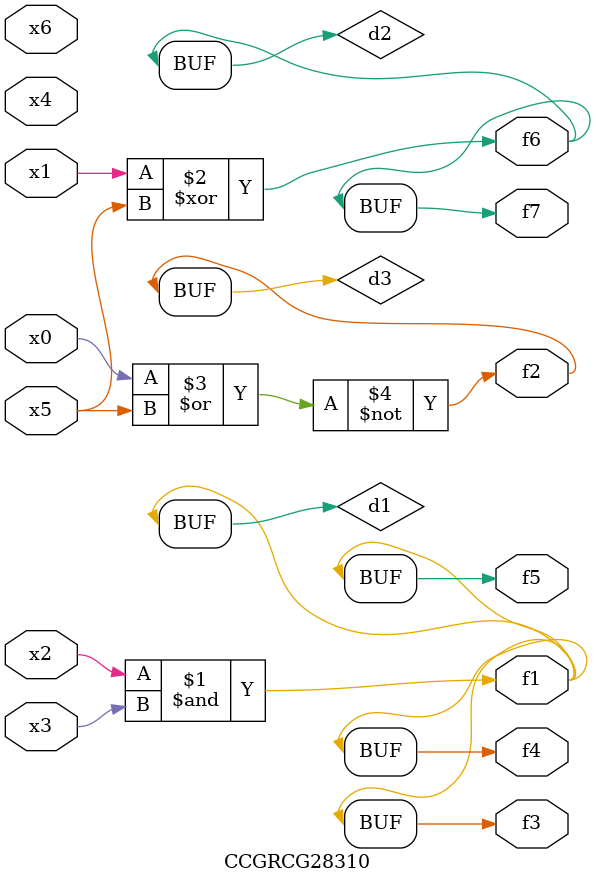
<source format=v>
module CCGRCG28310(
	input x0, x1, x2, x3, x4, x5, x6,
	output f1, f2, f3, f4, f5, f6, f7
);

	wire d1, d2, d3;

	and (d1, x2, x3);
	xor (d2, x1, x5);
	nor (d3, x0, x5);
	assign f1 = d1;
	assign f2 = d3;
	assign f3 = d1;
	assign f4 = d1;
	assign f5 = d1;
	assign f6 = d2;
	assign f7 = d2;
endmodule

</source>
